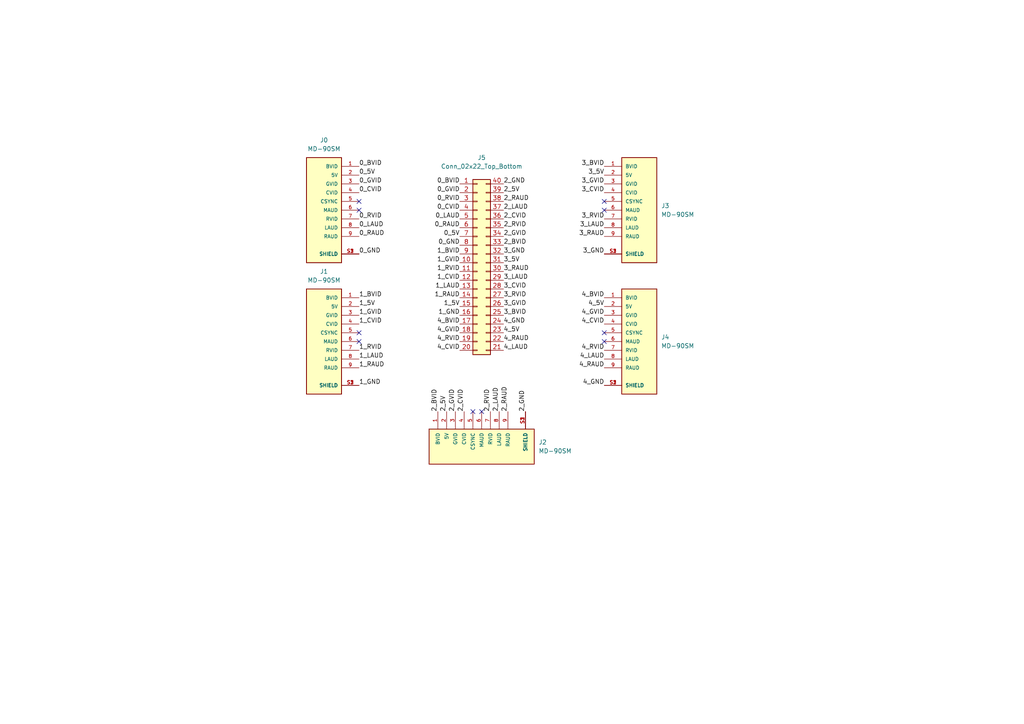
<source format=kicad_sch>
(kicad_sch (version 20211123) (generator eeschema)
  (paper "A4")
  (lib_symbols
    (symbol "Connector_Generic:Conn_02x20_Counter_Clockwise" (pin_names (offset 1.016) hide)
      (property "Reference" "J" (at 1.27 25.4 0))
      (property "Value" "Conn_02x20_Counter_Clockwise" (at 1.27 -27.94 0))
      (symbol "Conn_02x20_Counter_Clockwise_1_1"
        (rectangle (start -1.27 -25.273) (end 0 -25.527) (stroke (width 0.1524)))
        (rectangle (start -1.27 -22.733) (end 0 -22.987) (stroke (width 0.1524)))
        (rectangle (start -1.27 -20.193) (end 0 -20.447) (stroke (width 0.1524)))
        (rectangle (start -1.27 -17.653) (end 0 -17.907) (stroke (width 0.1524)))
        (rectangle (start -1.27 -15.113) (end 0 -15.367) (stroke (width 0.1524)))
        (rectangle (start -1.27 -12.573) (end 0 -12.827) (stroke (width 0.1524)))
        (rectangle (start -1.27 -10.033) (end 0 -10.287) (stroke (width 0.1524)))
        (rectangle (start -1.27 -7.493) (end 0 -7.747) (stroke (width 0.1524)))
        (rectangle (start -1.27 -4.953) (end 0 -5.207) (stroke (width 0.1524)))
        (rectangle (start -1.27 -2.413) (end 0 -2.667) (stroke (width 0.1524)))
        (rectangle (start -1.27 0.127) (end 0 -0.127) (stroke (width 0.1524)))
        (rectangle (start -1.27 2.667) (end 0 2.413) (stroke (width 0.1524)))
        (rectangle (start -1.27 5.207) (end 0 4.953) (stroke (width 0.1524)))
        (rectangle (start -1.27 7.747) (end 0 7.493) (stroke (width 0.1524)))
        (rectangle (start -1.27 10.287) (end 0 10.033) (stroke (width 0.1524)))
        (rectangle (start -1.27 12.827) (end 0 12.573) (stroke (width 0.1524)))
        (rectangle (start -1.27 15.367) (end 0 15.113) (stroke (width 0.1524)))
        (rectangle (start -1.27 17.907) (end 0 17.653) (stroke (width 0.1524)))
        (rectangle (start -1.27 20.447) (end 0 20.193) (stroke (width 0.1524)))
        (rectangle (start -1.27 22.987) (end 0 22.733) (stroke (width 0.1524)))
        (rectangle (start -1.27 24.13) (end 3.81 -26.67) (stroke (width 0.254)) (fill (type background)))
        (rectangle (start 3.81 -25.273) (end 2.54 -25.527) (stroke (width 0.1524)))
        (rectangle (start 3.81 -22.733) (end 2.54 -22.987) (stroke (width 0.1524)))
        (rectangle (start 3.81 -20.193) (end 2.54 -20.447) (stroke (width 0.1524)))
        (rectangle (start 3.81 -17.653) (end 2.54 -17.907) (stroke (width 0.1524)))
        (rectangle (start 3.81 -15.113) (end 2.54 -15.367) (stroke (width 0.1524)))
        (rectangle (start 3.81 -12.573) (end 2.54 -12.827) (stroke (width 0.1524)))
        (rectangle (start 3.81 -10.033) (end 2.54 -10.287) (stroke (width 0.1524)))
        (rectangle (start 3.81 -7.493) (end 2.54 -7.747) (stroke (width 0.1524)))
        (rectangle (start 3.81 -4.953) (end 2.54 -5.207) (stroke (width 0.1524)))
        (rectangle (start 3.81 -2.413) (end 2.54 -2.667) (stroke (width 0.1524)))
        (rectangle (start 3.81 0.127) (end 2.54 -0.127) (stroke (width 0.1524)))
        (rectangle (start 3.81 2.667) (end 2.54 2.413) (stroke (width 0.1524)))
        (rectangle (start 3.81 5.207) (end 2.54 4.953) (stroke (width 0.1524)))
        (rectangle (start 3.81 7.747) (end 2.54 7.493) (stroke (width 0.1524)))
        (rectangle (start 3.81 10.287) (end 2.54 10.033) (stroke (width 0.1524)))
        (rectangle (start 3.81 12.827) (end 2.54 12.573) (stroke (width 0.1524)))
        (rectangle (start 3.81 15.367) (end 2.54 15.113) (stroke (width 0.1524)))
        (rectangle (start 3.81 17.907) (end 2.54 17.653) (stroke (width 0.1524)))
        (rectangle (start 3.81 20.447) (end 2.54 20.193) (stroke (width 0.1524)))
        (rectangle (start 3.81 22.987) (end 2.54 22.733) (stroke (width 0.1524)))
        (pin passive line (at -5.08 22.86 0) (length 3.81) (name "Pin_1") (number "1"))
        (pin passive line (at -5.08 0 0) (length 3.81) (name "Pin_10") (number "10"))
        (pin passive line (at -5.08 -2.54 0) (length 3.81) (name "Pin_11") (number "11"))
        (pin passive line (at -5.08 -5.08 0) (length 3.81) (name "Pin_12") (number "12"))
        (pin passive line (at -5.08 -7.62 0) (length 3.81) (name "Pin_13") (number "13"))
        (pin passive line (at -5.08 -10.16 0) (length 3.81) (name "Pin_14") (number "14"))
        (pin passive line (at -5.08 -12.7 0) (length 3.81) (name "Pin_15") (number "15"))
        (pin passive line (at -5.08 -15.24 0) (length 3.81) (name "Pin_16") (number "16"))
        (pin passive line (at -5.08 -17.78 0) (length 3.81) (name "Pin_17") (number "17"))
        (pin passive line (at -5.08 -20.32 0) (length 3.81) (name "Pin_18") (number "18"))
        (pin passive line (at -5.08 -22.86 0) (length 3.81) (name "Pin_19") (number "19"))
        (pin passive line (at -5.08 20.32 0) (length 3.81) (name "Pin_2") (number "2"))
        (pin passive line (at -5.08 -25.4 0) (length 3.81) (name "Pin_20") (number "20"))
        (pin passive line (at 7.62 -25.4 180) (length 3.81) (name "Pin_21") (number "21"))
        (pin passive line (at 7.62 -22.86 180) (length 3.81) (name "Pin_22") (number "22"))
        (pin passive line (at 7.62 -20.32 180) (length 3.81) (name "Pin_23") (number "23"))
        (pin passive line (at 7.62 -17.78 180) (length 3.81) (name "Pin_24") (number "24"))
        (pin passive line (at 7.62 -15.24 180) (length 3.81) (name "Pin_25") (number "25"))
        (pin passive line (at 7.62 -12.7 180) (length 3.81) (name "Pin_26") (number "26"))
        (pin passive line (at 7.62 -10.16 180) (length 3.81) (name "Pin_27") (number "27"))
        (pin passive line (at 7.62 -7.62 180) (length 3.81) (name "Pin_28") (number "28"))
        (pin passive line (at 7.62 -5.08 180) (length 3.81) (name "Pin_29") (number "29"))
        (pin passive line (at -5.08 17.78 0) (length 3.81) (name "Pin_3") (number "3"))
        (pin passive line (at 7.62 -2.54 180) (length 3.81) (name "Pin_30") (number "30"))
        (pin passive line (at 7.62 0 180) (length 3.81) (name "Pin_31") (number "31"))
        (pin passive line (at 7.62 2.54 180) (length 3.81) (name "Pin_32") (number "32"))
        (pin passive line (at 7.62 5.08 180) (length 3.81) (name "Pin_33") (number "33"))
        (pin passive line (at 7.62 7.62 180) (length 3.81) (name "Pin_34") (number "34"))
        (pin passive line (at 7.62 10.16 180) (length 3.81) (name "Pin_35") (number "35"))
        (pin passive line (at 7.62 12.7 180) (length 3.81) (name "Pin_36") (number "36"))
        (pin passive line (at 7.62 15.24 180) (length 3.81) (name "Pin_37") (number "37"))
        (pin passive line (at 7.62 17.78 180) (length 3.81) (name "Pin_38") (number "38"))
        (pin passive line (at 7.62 20.32 180) (length 3.81) (name "Pin_39") (number "39"))
        (pin passive line (at -5.08 15.24 0) (length 3.81) (name "Pin_4") (number "4"))
        (pin passive line (at 7.62 22.86 180) (length 3.81) (name "Pin_40") (number "40"))
        (pin passive line (at -5.08 12.7 0) (length 3.81) (name "Pin_5") (number "5"))
        (pin passive line (at -5.08 10.16 0) (length 3.81) (name "Pin_6") (number "6"))
        (pin passive line (at -5.08 7.62 0) (length 3.81) (name "Pin_7") (number "7"))
        (pin passive line (at -5.08 5.08 0) (length 3.81) (name "Pin_8") (number "8"))
        (pin passive line (at -5.08 2.54 0) (length 3.81) (name "Pin_9") (number "9"))
      )
    )
    (symbol "MD-90SM_1" (pin_names (offset 1.016))
      (property "Reference" "J?" (at 0 20.32 0))
      (property "Value" "MD-90SM" (at 0 17.78 0))
      (symbol "MD-90SM_1_0_0"
        (rectangle (start -5.08 -15.24) (end 5.08 15.24) (stroke (width 0.254)) (fill (type background)))
        (pin passive line (at -10.16 12.7 0) (length 5.08) (name "BVID") (number "1"))
        (pin passive line (at -10.16 10.16 0) (length 5.08) (name "5V") (number "2"))
        (pin passive line (at -10.16 7.62 0) (length 5.08) (name "GVID") (number "3"))
        (pin passive line (at -10.16 5.08 0) (length 5.08) (name "CVID") (number "4"))
        (pin passive line (at -10.16 2.54 0) (length 5.08) (name "CSYNC") (number "5"))
        (pin passive line (at -10.16 0 0) (length 5.08) (name "MAUD") (number "6"))
        (pin passive line (at -10.16 -2.54 0) (length 5.08) (name "RVID") (number "7"))
        (pin passive line (at -10.16 -5.08 0) (length 5.08) (name "LAUD") (number "8"))
        (pin passive line (at -10.16 -7.62 0) (length 5.08) (name "RAUD") (number "9"))
        (pin passive line (at -10.16 -12.7 0) (length 5.08) (name "SHIELD") (number "S1"))
        (pin passive line (at -10.16 -12.7 0) (length 5.08) (name "SHIELD") (number "S2"))
        (pin passive line (at -10.16 -12.7 0) (length 5.08) (name "SHIELD") (number "S3"))
      )
    )
  )
  (no_connect (at 175.26 58.42))
  (no_connect (at 175.26 60.96))
  (no_connect (at 104.14 99.06))
  (no_connect (at 104.14 60.96))
  (no_connect (at 104.14 58.42))
  (no_connect (at 175.26 96.52))
  (no_connect (at 175.26 99.06))
  (no_connect (at 139.7 119.38))
  (no_connect (at 137.16 119.38))
  (no_connect (at 104.14 96.52))
  (label "2_GVID" (at 132.08 119.38 90))
  (label "2_GVID" (at 146.05 68.58 0))
  (label "2_RVID" (at 142.24 119.38 90))
  (label "1_LAUD" (at 104.14 104.14 0))
  (label "3_RVID" (at 175.26 63.5 180))
  (label "1_GND" (at 104.14 111.76 0))
  (label "4_CVID" (at 175.26 93.98 180))
  (label "3_RAUD" (at 146.05 78.74 0))
  (label "2_5V" (at 129.54 119.38 90))
  (label "3_BVID" (at 175.26 48.26 180))
  (label "2_CVID" (at 146.05 63.5 0))
  (label "2_BVID" (at 127 119.38 90))
  (label "3_RVID" (at 146.05 86.36 0))
  (label "2_BVID" (at 146.05 71.12 0))
  (label "3_LAUD" (at 146.05 81.28 0))
  (label "1_GND" (at 133.35 91.44 180))
  (label "0_LAUD" (at 104.14 66.04 0))
  (label "1_GVID" (at 133.35 76.2 180))
  (label "3_GVID" (at 175.26 53.34 180))
  (label "1_BVID" (at 133.35 73.66 180))
  (label "2_RAUD" (at 147.32 119.38 90))
  (label "1_BVID" (at 104.14 86.36 0))
  (label "4_GND" (at 146.05 93.98 0))
  (label "3_5V" (at 175.26 50.8 180))
  (label "0_GVID" (at 104.14 53.34 0))
  (label "3_GND" (at 175.26 73.66 180))
  (label "1_RVID" (at 133.35 78.74 180))
  (label "2_GND" (at 146.05 53.34 0))
  (label "4_LAUD" (at 146.05 101.6 0))
  (label "0_BVID" (at 104.14 48.26 0))
  (label "1_RAUD" (at 104.14 106.68 0))
  (label "0_LAUD" (at 133.35 63.5 180))
  (label "0_RAUD" (at 133.35 66.04 180))
  (label "4_GND" (at 175.26 111.76 180))
  (label "1_CVID" (at 104.14 93.98 0))
  (label "1_RVID" (at 104.14 101.6 0))
  (label "1_5V" (at 104.14 88.9 0))
  (label "4_BVID" (at 133.35 93.98 180))
  (label "4_BVID" (at 175.26 86.36 180))
  (label "0_BVID" (at 133.35 53.34 180))
  (label "1_RAUD" (at 133.35 86.36 180))
  (label "0_5V" (at 133.35 68.58 180))
  (label "4_5V" (at 146.05 96.52 0))
  (label "3_CVID" (at 175.26 55.88 180))
  (label "1_CVID" (at 133.35 81.28 180))
  (label "4_RVID" (at 175.26 101.6 180))
  (label "0_GND" (at 104.14 73.66 0))
  (label "2_CVID" (at 134.62 119.38 90))
  (label "0_CVID" (at 133.35 60.96 180))
  (label "0_CVID" (at 104.14 55.88 0))
  (label "3_BVID" (at 146.05 91.44 0))
  (label "3_5V" (at 146.05 76.2 0))
  (label "3_GND" (at 146.05 73.66 0))
  (label "1_GVID" (at 104.14 91.44 0))
  (label "2_RVID" (at 146.05 66.04 0))
  (label "2_RAUD" (at 146.05 58.42 0))
  (label "1_5V" (at 133.35 88.9 180))
  (label "4_RAUD" (at 175.26 106.68 180))
  (label "0_RVID" (at 104.14 63.5 0))
  (label "0_GND" (at 133.35 71.12 180))
  (label "0_RAUD" (at 104.14 68.58 0))
  (label "0_GVID" (at 133.35 55.88 180))
  (label "4_RAUD" (at 146.05 99.06 0))
  (label "2_5V" (at 146.05 55.88 0))
  (label "2_GND" (at 152.4 119.38 90))
  (label "4_GVID" (at 175.26 91.44 180))
  (label "0_5V" (at 104.14 50.8 0))
  (label "4_GVID" (at 133.35 96.52 180))
  (label "4_LAUD" (at 175.26 104.14 180))
  (label "4_CVID" (at 133.35 101.6 180))
  (label "4_RVID" (at 133.35 99.06 180))
  (label "0_RVID" (at 133.35 58.42 180))
  (label "3_LAUD" (at 175.26 66.04 180))
  (label "3_GVID" (at 146.05 88.9 0))
  (label "3_CVID" (at 146.05 83.82 0))
  (label "2_LAUD" (at 144.78 119.38 90))
  (label "2_LAUD" (at 146.05 60.96 0))
  (label "4_5V" (at 175.26 88.9 180))
  (label "1_LAUD" (at 133.35 83.82 180))
  (label "3_RAUD" (at 175.26 68.58 180))
  (symbol (lib_name "MD-90SM_1") (lib_id "DIN9:MD-90SM") (at 185.42 99.06 0) (unit 1)
    (property "Reference" "J4" (at 191.77 97.7899 0) (effects (justify left)))
    (property "Value" "MD-90SM" (at 191.77 100.3299 0) (effects (justify left)))
    (property "Footprint" "DIN9:CUI_MD-90SM" (effects hide))
    (property "STANDARD" "Manufacturer Recommendations" (effects hide))
    (property "PARTREV" "02/18/2022" (effects hide))
    (property "MANUFACTURER" "CUI" (effects hide))
    (property "MAXIMUM_PACKAGE_HEIGHT" "13.6 mm" (effects hide))
  )
  (symbol (lib_name "MD-90SM_1") (lib_id "DIN9:MD-90SM") (at 93.98 60.96 0) (mirror y) (unit 1)
    (property "Reference" "J0" (at 93.98 40.64 0))
    (property "Value" "MD-90SM" (at 93.98 43.18 0))
    (property "Footprint" "DIN9:CUI_MD-90SM" (effects hide))
    (property "STANDARD" "Manufacturer Recommendations" (effects hide))
    (property "PARTREV" "02/18/2022" (effects hide))
    (property "MANUFACTURER" "CUI" (effects hide))
    (property "MAXIMUM_PACKAGE_HEIGHT" "13.6 mm" (effects hide))
  )
  (symbol (lib_name "MD-90SM_1") (lib_id "DIN9:MD-90SM") (at 93.98 99.06 0) (mirror y) (unit 1)
    (property "Reference" "J1" (at 93.98 78.74 0))
    (property "Value" "MD-90SM" (at 93.98 81.28 0))
    (property "Footprint" "DIN9:CUI_MD-90SM" (effects hide))
    (property "STANDARD" "Manufacturer Recommendations" (effects hide))
    (property "PARTREV" "02/18/2022" (effects hide))
    (property "MANUFACTURER" "CUI" (effects hide))
    (property "MAXIMUM_PACKAGE_HEIGHT" "13.6 mm" (effects hide))
  )
  (symbol (lib_name "MD-90SM_1") (lib_id "DIN9:MD-90SM") (at 185.42 60.96 0) (unit 1)
    (property "Reference" "J3" (at 191.77 59.6899 0) (effects (justify left)))
    (property "Value" "MD-90SM" (at 191.77 62.2299 0) (effects (justify left)))
    (property "Footprint" "DIN9:CUI_MD-90SM" (effects hide))
    (property "STANDARD" "Manufacturer Recommendations" (effects hide))
    (property "PARTREV" "02/18/2022" (effects hide))
    (property "MANUFACTURER" "CUI" (effects hide))
    (property "MAXIMUM_PACKAGE_HEIGHT" "13.6 mm" (effects hide))
  )
  (symbol (lib_name "MD-90SM_1") (lib_id "DIN9:MD-90SM") (at 139.7 129.54 90) (mirror x) (unit 1)
    (property "Reference" "J2" (at 156.21 128.2699 90) (effects (justify right)))
    (property "Value" "MD-90SM" (at 156.21 130.8099 90) (effects (justify right)))
    (property "Footprint" "DIN9:CUI_MD-90SM" (effects hide))
    (property "STANDARD" "Manufacturer Recommendations" (effects hide))
    (property "PARTREV" "02/18/2022" (effects hide))
    (property "MANUFACTURER" "CUI" (effects hide))
    (property "MAXIMUM_PACKAGE_HEIGHT" "13.6 mm" (effects hide))
  )
  (symbol (lib_id "Connector_Generic:Conn_02x20_Counter_Clockwise") (at 138.43 76.2 0) (unit 1)
    (property "Reference" "J5" (at 139.7 45.72 0))
    (property "Value" "Conn_02x22_Top_Bottom" (at 139.7 48.26 0))
    (property "Footprint" "Connector_PinSocket_1.27mm:PinSocket_2x20_P1.27mm_Vertical" (effects hide))
  )
)
</source>
